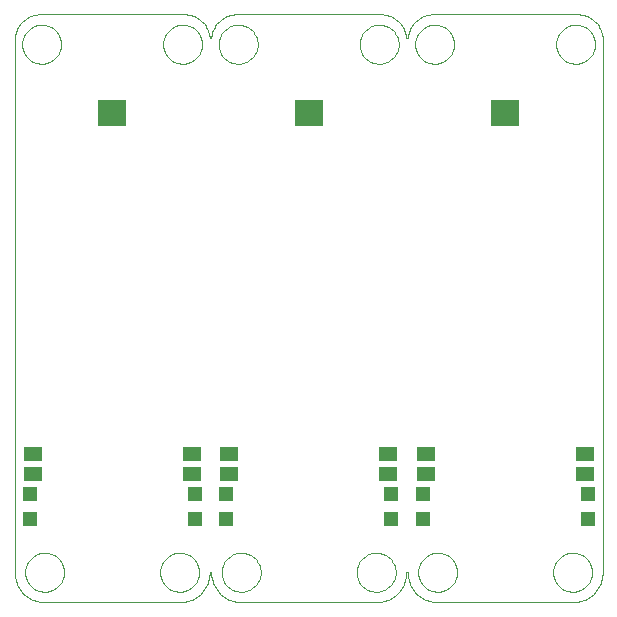
<source format=gtp>
G75*
G70*
%OFA0B0*%
%FSLAX24Y24*%
%IPPOS*%
%LPD*%
%AMOC8*
5,1,8,0,0,1.08239X$1,22.5*
%
%ADD10C,0.0010*%
%ADD11C,0.0000*%
%ADD12R,0.0591X0.0512*%
%ADD13R,0.0472X0.0472*%
%ADD14R,0.0250X0.0500*%
%ADD15R,0.0960X0.0900*%
D10*
X000730Y001380D02*
X000732Y001430D01*
X000738Y001480D01*
X000748Y001530D01*
X000761Y001578D01*
X000778Y001626D01*
X000799Y001672D01*
X000823Y001716D01*
X000851Y001758D01*
X000882Y001798D01*
X000916Y001835D01*
X000953Y001870D01*
X000992Y001901D01*
X001033Y001930D01*
X001077Y001955D01*
X001123Y001977D01*
X001170Y001995D01*
X001218Y002009D01*
X001267Y002020D01*
X001317Y002027D01*
X001367Y002030D01*
X001418Y002029D01*
X001468Y002024D01*
X001518Y002015D01*
X001566Y002003D01*
X001614Y001986D01*
X001660Y001966D01*
X001705Y001943D01*
X001748Y001916D01*
X001788Y001886D01*
X001826Y001853D01*
X001861Y001817D01*
X001894Y001778D01*
X001923Y001737D01*
X001949Y001694D01*
X001972Y001649D01*
X001991Y001602D01*
X002006Y001554D01*
X002018Y001505D01*
X002026Y001455D01*
X002030Y001405D01*
X002030Y001355D01*
X002026Y001305D01*
X002018Y001255D01*
X002006Y001206D01*
X001991Y001158D01*
X001972Y001111D01*
X001949Y001066D01*
X001923Y001023D01*
X001894Y000982D01*
X001861Y000943D01*
X001826Y000907D01*
X001788Y000874D01*
X001748Y000844D01*
X001705Y000817D01*
X001660Y000794D01*
X001614Y000774D01*
X001566Y000757D01*
X001518Y000745D01*
X001468Y000736D01*
X001418Y000731D01*
X001367Y000730D01*
X001317Y000733D01*
X001267Y000740D01*
X001218Y000751D01*
X001170Y000765D01*
X001123Y000783D01*
X001077Y000805D01*
X001033Y000830D01*
X000992Y000859D01*
X000953Y000890D01*
X000916Y000925D01*
X000882Y000962D01*
X000851Y001002D01*
X000823Y001044D01*
X000799Y001088D01*
X000778Y001134D01*
X000761Y001182D01*
X000748Y001230D01*
X000738Y001280D01*
X000732Y001330D01*
X000730Y001380D01*
X005230Y001380D02*
X005232Y001430D01*
X005238Y001480D01*
X005248Y001530D01*
X005261Y001578D01*
X005278Y001626D01*
X005299Y001672D01*
X005323Y001716D01*
X005351Y001758D01*
X005382Y001798D01*
X005416Y001835D01*
X005453Y001870D01*
X005492Y001901D01*
X005533Y001930D01*
X005577Y001955D01*
X005623Y001977D01*
X005670Y001995D01*
X005718Y002009D01*
X005767Y002020D01*
X005817Y002027D01*
X005867Y002030D01*
X005918Y002029D01*
X005968Y002024D01*
X006018Y002015D01*
X006066Y002003D01*
X006114Y001986D01*
X006160Y001966D01*
X006205Y001943D01*
X006248Y001916D01*
X006288Y001886D01*
X006326Y001853D01*
X006361Y001817D01*
X006394Y001778D01*
X006423Y001737D01*
X006449Y001694D01*
X006472Y001649D01*
X006491Y001602D01*
X006506Y001554D01*
X006518Y001505D01*
X006526Y001455D01*
X006530Y001405D01*
X006530Y001355D01*
X006526Y001305D01*
X006518Y001255D01*
X006506Y001206D01*
X006491Y001158D01*
X006472Y001111D01*
X006449Y001066D01*
X006423Y001023D01*
X006394Y000982D01*
X006361Y000943D01*
X006326Y000907D01*
X006288Y000874D01*
X006248Y000844D01*
X006205Y000817D01*
X006160Y000794D01*
X006114Y000774D01*
X006066Y000757D01*
X006018Y000745D01*
X005968Y000736D01*
X005918Y000731D01*
X005867Y000730D01*
X005817Y000733D01*
X005767Y000740D01*
X005718Y000751D01*
X005670Y000765D01*
X005623Y000783D01*
X005577Y000805D01*
X005533Y000830D01*
X005492Y000859D01*
X005453Y000890D01*
X005416Y000925D01*
X005382Y000962D01*
X005351Y001002D01*
X005323Y001044D01*
X005299Y001088D01*
X005278Y001134D01*
X005261Y001182D01*
X005248Y001230D01*
X005238Y001280D01*
X005232Y001330D01*
X005230Y001380D01*
X007280Y001380D02*
X007282Y001430D01*
X007288Y001480D01*
X007298Y001530D01*
X007311Y001578D01*
X007328Y001626D01*
X007349Y001672D01*
X007373Y001716D01*
X007401Y001758D01*
X007432Y001798D01*
X007466Y001835D01*
X007503Y001870D01*
X007542Y001901D01*
X007583Y001930D01*
X007627Y001955D01*
X007673Y001977D01*
X007720Y001995D01*
X007768Y002009D01*
X007817Y002020D01*
X007867Y002027D01*
X007917Y002030D01*
X007968Y002029D01*
X008018Y002024D01*
X008068Y002015D01*
X008116Y002003D01*
X008164Y001986D01*
X008210Y001966D01*
X008255Y001943D01*
X008298Y001916D01*
X008338Y001886D01*
X008376Y001853D01*
X008411Y001817D01*
X008444Y001778D01*
X008473Y001737D01*
X008499Y001694D01*
X008522Y001649D01*
X008541Y001602D01*
X008556Y001554D01*
X008568Y001505D01*
X008576Y001455D01*
X008580Y001405D01*
X008580Y001355D01*
X008576Y001305D01*
X008568Y001255D01*
X008556Y001206D01*
X008541Y001158D01*
X008522Y001111D01*
X008499Y001066D01*
X008473Y001023D01*
X008444Y000982D01*
X008411Y000943D01*
X008376Y000907D01*
X008338Y000874D01*
X008298Y000844D01*
X008255Y000817D01*
X008210Y000794D01*
X008164Y000774D01*
X008116Y000757D01*
X008068Y000745D01*
X008018Y000736D01*
X007968Y000731D01*
X007917Y000730D01*
X007867Y000733D01*
X007817Y000740D01*
X007768Y000751D01*
X007720Y000765D01*
X007673Y000783D01*
X007627Y000805D01*
X007583Y000830D01*
X007542Y000859D01*
X007503Y000890D01*
X007466Y000925D01*
X007432Y000962D01*
X007401Y001002D01*
X007373Y001044D01*
X007349Y001088D01*
X007328Y001134D01*
X007311Y001182D01*
X007298Y001230D01*
X007288Y001280D01*
X007282Y001330D01*
X007280Y001380D01*
X011780Y001380D02*
X011782Y001430D01*
X011788Y001480D01*
X011798Y001530D01*
X011811Y001578D01*
X011828Y001626D01*
X011849Y001672D01*
X011873Y001716D01*
X011901Y001758D01*
X011932Y001798D01*
X011966Y001835D01*
X012003Y001870D01*
X012042Y001901D01*
X012083Y001930D01*
X012127Y001955D01*
X012173Y001977D01*
X012220Y001995D01*
X012268Y002009D01*
X012317Y002020D01*
X012367Y002027D01*
X012417Y002030D01*
X012468Y002029D01*
X012518Y002024D01*
X012568Y002015D01*
X012616Y002003D01*
X012664Y001986D01*
X012710Y001966D01*
X012755Y001943D01*
X012798Y001916D01*
X012838Y001886D01*
X012876Y001853D01*
X012911Y001817D01*
X012944Y001778D01*
X012973Y001737D01*
X012999Y001694D01*
X013022Y001649D01*
X013041Y001602D01*
X013056Y001554D01*
X013068Y001505D01*
X013076Y001455D01*
X013080Y001405D01*
X013080Y001355D01*
X013076Y001305D01*
X013068Y001255D01*
X013056Y001206D01*
X013041Y001158D01*
X013022Y001111D01*
X012999Y001066D01*
X012973Y001023D01*
X012944Y000982D01*
X012911Y000943D01*
X012876Y000907D01*
X012838Y000874D01*
X012798Y000844D01*
X012755Y000817D01*
X012710Y000794D01*
X012664Y000774D01*
X012616Y000757D01*
X012568Y000745D01*
X012518Y000736D01*
X012468Y000731D01*
X012417Y000730D01*
X012367Y000733D01*
X012317Y000740D01*
X012268Y000751D01*
X012220Y000765D01*
X012173Y000783D01*
X012127Y000805D01*
X012083Y000830D01*
X012042Y000859D01*
X012003Y000890D01*
X011966Y000925D01*
X011932Y000962D01*
X011901Y001002D01*
X011873Y001044D01*
X011849Y001088D01*
X011828Y001134D01*
X011811Y001182D01*
X011798Y001230D01*
X011788Y001280D01*
X011782Y001330D01*
X011780Y001380D01*
X013830Y001380D02*
X013832Y001430D01*
X013838Y001480D01*
X013848Y001530D01*
X013861Y001578D01*
X013878Y001626D01*
X013899Y001672D01*
X013923Y001716D01*
X013951Y001758D01*
X013982Y001798D01*
X014016Y001835D01*
X014053Y001870D01*
X014092Y001901D01*
X014133Y001930D01*
X014177Y001955D01*
X014223Y001977D01*
X014270Y001995D01*
X014318Y002009D01*
X014367Y002020D01*
X014417Y002027D01*
X014467Y002030D01*
X014518Y002029D01*
X014568Y002024D01*
X014618Y002015D01*
X014666Y002003D01*
X014714Y001986D01*
X014760Y001966D01*
X014805Y001943D01*
X014848Y001916D01*
X014888Y001886D01*
X014926Y001853D01*
X014961Y001817D01*
X014994Y001778D01*
X015023Y001737D01*
X015049Y001694D01*
X015072Y001649D01*
X015091Y001602D01*
X015106Y001554D01*
X015118Y001505D01*
X015126Y001455D01*
X015130Y001405D01*
X015130Y001355D01*
X015126Y001305D01*
X015118Y001255D01*
X015106Y001206D01*
X015091Y001158D01*
X015072Y001111D01*
X015049Y001066D01*
X015023Y001023D01*
X014994Y000982D01*
X014961Y000943D01*
X014926Y000907D01*
X014888Y000874D01*
X014848Y000844D01*
X014805Y000817D01*
X014760Y000794D01*
X014714Y000774D01*
X014666Y000757D01*
X014618Y000745D01*
X014568Y000736D01*
X014518Y000731D01*
X014467Y000730D01*
X014417Y000733D01*
X014367Y000740D01*
X014318Y000751D01*
X014270Y000765D01*
X014223Y000783D01*
X014177Y000805D01*
X014133Y000830D01*
X014092Y000859D01*
X014053Y000890D01*
X014016Y000925D01*
X013982Y000962D01*
X013951Y001002D01*
X013923Y001044D01*
X013899Y001088D01*
X013878Y001134D01*
X013861Y001182D01*
X013848Y001230D01*
X013838Y001280D01*
X013832Y001330D01*
X013830Y001380D01*
X018330Y001380D02*
X018332Y001430D01*
X018338Y001480D01*
X018348Y001530D01*
X018361Y001578D01*
X018378Y001626D01*
X018399Y001672D01*
X018423Y001716D01*
X018451Y001758D01*
X018482Y001798D01*
X018516Y001835D01*
X018553Y001870D01*
X018592Y001901D01*
X018633Y001930D01*
X018677Y001955D01*
X018723Y001977D01*
X018770Y001995D01*
X018818Y002009D01*
X018867Y002020D01*
X018917Y002027D01*
X018967Y002030D01*
X019018Y002029D01*
X019068Y002024D01*
X019118Y002015D01*
X019166Y002003D01*
X019214Y001986D01*
X019260Y001966D01*
X019305Y001943D01*
X019348Y001916D01*
X019388Y001886D01*
X019426Y001853D01*
X019461Y001817D01*
X019494Y001778D01*
X019523Y001737D01*
X019549Y001694D01*
X019572Y001649D01*
X019591Y001602D01*
X019606Y001554D01*
X019618Y001505D01*
X019626Y001455D01*
X019630Y001405D01*
X019630Y001355D01*
X019626Y001305D01*
X019618Y001255D01*
X019606Y001206D01*
X019591Y001158D01*
X019572Y001111D01*
X019549Y001066D01*
X019523Y001023D01*
X019494Y000982D01*
X019461Y000943D01*
X019426Y000907D01*
X019388Y000874D01*
X019348Y000844D01*
X019305Y000817D01*
X019260Y000794D01*
X019214Y000774D01*
X019166Y000757D01*
X019118Y000745D01*
X019068Y000736D01*
X019018Y000731D01*
X018967Y000730D01*
X018917Y000733D01*
X018867Y000740D01*
X018818Y000751D01*
X018770Y000765D01*
X018723Y000783D01*
X018677Y000805D01*
X018633Y000830D01*
X018592Y000859D01*
X018553Y000890D01*
X018516Y000925D01*
X018482Y000962D01*
X018451Y001002D01*
X018423Y001044D01*
X018399Y001088D01*
X018378Y001134D01*
X018361Y001182D01*
X018348Y001230D01*
X018338Y001280D01*
X018332Y001330D01*
X018330Y001380D01*
X018430Y018980D02*
X018432Y019030D01*
X018438Y019080D01*
X018448Y019130D01*
X018461Y019178D01*
X018478Y019226D01*
X018499Y019272D01*
X018523Y019316D01*
X018551Y019358D01*
X018582Y019398D01*
X018616Y019435D01*
X018653Y019470D01*
X018692Y019501D01*
X018733Y019530D01*
X018777Y019555D01*
X018823Y019577D01*
X018870Y019595D01*
X018918Y019609D01*
X018967Y019620D01*
X019017Y019627D01*
X019067Y019630D01*
X019118Y019629D01*
X019168Y019624D01*
X019218Y019615D01*
X019266Y019603D01*
X019314Y019586D01*
X019360Y019566D01*
X019405Y019543D01*
X019448Y019516D01*
X019488Y019486D01*
X019526Y019453D01*
X019561Y019417D01*
X019594Y019378D01*
X019623Y019337D01*
X019649Y019294D01*
X019672Y019249D01*
X019691Y019202D01*
X019706Y019154D01*
X019718Y019105D01*
X019726Y019055D01*
X019730Y019005D01*
X019730Y018955D01*
X019726Y018905D01*
X019718Y018855D01*
X019706Y018806D01*
X019691Y018758D01*
X019672Y018711D01*
X019649Y018666D01*
X019623Y018623D01*
X019594Y018582D01*
X019561Y018543D01*
X019526Y018507D01*
X019488Y018474D01*
X019448Y018444D01*
X019405Y018417D01*
X019360Y018394D01*
X019314Y018374D01*
X019266Y018357D01*
X019218Y018345D01*
X019168Y018336D01*
X019118Y018331D01*
X019067Y018330D01*
X019017Y018333D01*
X018967Y018340D01*
X018918Y018351D01*
X018870Y018365D01*
X018823Y018383D01*
X018777Y018405D01*
X018733Y018430D01*
X018692Y018459D01*
X018653Y018490D01*
X018616Y018525D01*
X018582Y018562D01*
X018551Y018602D01*
X018523Y018644D01*
X018499Y018688D01*
X018478Y018734D01*
X018461Y018782D01*
X018448Y018830D01*
X018438Y018880D01*
X018432Y018930D01*
X018430Y018980D01*
X013730Y018980D02*
X013732Y019030D01*
X013738Y019080D01*
X013748Y019130D01*
X013761Y019178D01*
X013778Y019226D01*
X013799Y019272D01*
X013823Y019316D01*
X013851Y019358D01*
X013882Y019398D01*
X013916Y019435D01*
X013953Y019470D01*
X013992Y019501D01*
X014033Y019530D01*
X014077Y019555D01*
X014123Y019577D01*
X014170Y019595D01*
X014218Y019609D01*
X014267Y019620D01*
X014317Y019627D01*
X014367Y019630D01*
X014418Y019629D01*
X014468Y019624D01*
X014518Y019615D01*
X014566Y019603D01*
X014614Y019586D01*
X014660Y019566D01*
X014705Y019543D01*
X014748Y019516D01*
X014788Y019486D01*
X014826Y019453D01*
X014861Y019417D01*
X014894Y019378D01*
X014923Y019337D01*
X014949Y019294D01*
X014972Y019249D01*
X014991Y019202D01*
X015006Y019154D01*
X015018Y019105D01*
X015026Y019055D01*
X015030Y019005D01*
X015030Y018955D01*
X015026Y018905D01*
X015018Y018855D01*
X015006Y018806D01*
X014991Y018758D01*
X014972Y018711D01*
X014949Y018666D01*
X014923Y018623D01*
X014894Y018582D01*
X014861Y018543D01*
X014826Y018507D01*
X014788Y018474D01*
X014748Y018444D01*
X014705Y018417D01*
X014660Y018394D01*
X014614Y018374D01*
X014566Y018357D01*
X014518Y018345D01*
X014468Y018336D01*
X014418Y018331D01*
X014367Y018330D01*
X014317Y018333D01*
X014267Y018340D01*
X014218Y018351D01*
X014170Y018365D01*
X014123Y018383D01*
X014077Y018405D01*
X014033Y018430D01*
X013992Y018459D01*
X013953Y018490D01*
X013916Y018525D01*
X013882Y018562D01*
X013851Y018602D01*
X013823Y018644D01*
X013799Y018688D01*
X013778Y018734D01*
X013761Y018782D01*
X013748Y018830D01*
X013738Y018880D01*
X013732Y018930D01*
X013730Y018980D01*
X011880Y018980D02*
X011882Y019030D01*
X011888Y019080D01*
X011898Y019130D01*
X011911Y019178D01*
X011928Y019226D01*
X011949Y019272D01*
X011973Y019316D01*
X012001Y019358D01*
X012032Y019398D01*
X012066Y019435D01*
X012103Y019470D01*
X012142Y019501D01*
X012183Y019530D01*
X012227Y019555D01*
X012273Y019577D01*
X012320Y019595D01*
X012368Y019609D01*
X012417Y019620D01*
X012467Y019627D01*
X012517Y019630D01*
X012568Y019629D01*
X012618Y019624D01*
X012668Y019615D01*
X012716Y019603D01*
X012764Y019586D01*
X012810Y019566D01*
X012855Y019543D01*
X012898Y019516D01*
X012938Y019486D01*
X012976Y019453D01*
X013011Y019417D01*
X013044Y019378D01*
X013073Y019337D01*
X013099Y019294D01*
X013122Y019249D01*
X013141Y019202D01*
X013156Y019154D01*
X013168Y019105D01*
X013176Y019055D01*
X013180Y019005D01*
X013180Y018955D01*
X013176Y018905D01*
X013168Y018855D01*
X013156Y018806D01*
X013141Y018758D01*
X013122Y018711D01*
X013099Y018666D01*
X013073Y018623D01*
X013044Y018582D01*
X013011Y018543D01*
X012976Y018507D01*
X012938Y018474D01*
X012898Y018444D01*
X012855Y018417D01*
X012810Y018394D01*
X012764Y018374D01*
X012716Y018357D01*
X012668Y018345D01*
X012618Y018336D01*
X012568Y018331D01*
X012517Y018330D01*
X012467Y018333D01*
X012417Y018340D01*
X012368Y018351D01*
X012320Y018365D01*
X012273Y018383D01*
X012227Y018405D01*
X012183Y018430D01*
X012142Y018459D01*
X012103Y018490D01*
X012066Y018525D01*
X012032Y018562D01*
X012001Y018602D01*
X011973Y018644D01*
X011949Y018688D01*
X011928Y018734D01*
X011911Y018782D01*
X011898Y018830D01*
X011888Y018880D01*
X011882Y018930D01*
X011880Y018980D01*
X007180Y018980D02*
X007182Y019030D01*
X007188Y019080D01*
X007198Y019130D01*
X007211Y019178D01*
X007228Y019226D01*
X007249Y019272D01*
X007273Y019316D01*
X007301Y019358D01*
X007332Y019398D01*
X007366Y019435D01*
X007403Y019470D01*
X007442Y019501D01*
X007483Y019530D01*
X007527Y019555D01*
X007573Y019577D01*
X007620Y019595D01*
X007668Y019609D01*
X007717Y019620D01*
X007767Y019627D01*
X007817Y019630D01*
X007868Y019629D01*
X007918Y019624D01*
X007968Y019615D01*
X008016Y019603D01*
X008064Y019586D01*
X008110Y019566D01*
X008155Y019543D01*
X008198Y019516D01*
X008238Y019486D01*
X008276Y019453D01*
X008311Y019417D01*
X008344Y019378D01*
X008373Y019337D01*
X008399Y019294D01*
X008422Y019249D01*
X008441Y019202D01*
X008456Y019154D01*
X008468Y019105D01*
X008476Y019055D01*
X008480Y019005D01*
X008480Y018955D01*
X008476Y018905D01*
X008468Y018855D01*
X008456Y018806D01*
X008441Y018758D01*
X008422Y018711D01*
X008399Y018666D01*
X008373Y018623D01*
X008344Y018582D01*
X008311Y018543D01*
X008276Y018507D01*
X008238Y018474D01*
X008198Y018444D01*
X008155Y018417D01*
X008110Y018394D01*
X008064Y018374D01*
X008016Y018357D01*
X007968Y018345D01*
X007918Y018336D01*
X007868Y018331D01*
X007817Y018330D01*
X007767Y018333D01*
X007717Y018340D01*
X007668Y018351D01*
X007620Y018365D01*
X007573Y018383D01*
X007527Y018405D01*
X007483Y018430D01*
X007442Y018459D01*
X007403Y018490D01*
X007366Y018525D01*
X007332Y018562D01*
X007301Y018602D01*
X007273Y018644D01*
X007249Y018688D01*
X007228Y018734D01*
X007211Y018782D01*
X007198Y018830D01*
X007188Y018880D01*
X007182Y018930D01*
X007180Y018980D01*
X005330Y018980D02*
X005332Y019030D01*
X005338Y019080D01*
X005348Y019130D01*
X005361Y019178D01*
X005378Y019226D01*
X005399Y019272D01*
X005423Y019316D01*
X005451Y019358D01*
X005482Y019398D01*
X005516Y019435D01*
X005553Y019470D01*
X005592Y019501D01*
X005633Y019530D01*
X005677Y019555D01*
X005723Y019577D01*
X005770Y019595D01*
X005818Y019609D01*
X005867Y019620D01*
X005917Y019627D01*
X005967Y019630D01*
X006018Y019629D01*
X006068Y019624D01*
X006118Y019615D01*
X006166Y019603D01*
X006214Y019586D01*
X006260Y019566D01*
X006305Y019543D01*
X006348Y019516D01*
X006388Y019486D01*
X006426Y019453D01*
X006461Y019417D01*
X006494Y019378D01*
X006523Y019337D01*
X006549Y019294D01*
X006572Y019249D01*
X006591Y019202D01*
X006606Y019154D01*
X006618Y019105D01*
X006626Y019055D01*
X006630Y019005D01*
X006630Y018955D01*
X006626Y018905D01*
X006618Y018855D01*
X006606Y018806D01*
X006591Y018758D01*
X006572Y018711D01*
X006549Y018666D01*
X006523Y018623D01*
X006494Y018582D01*
X006461Y018543D01*
X006426Y018507D01*
X006388Y018474D01*
X006348Y018444D01*
X006305Y018417D01*
X006260Y018394D01*
X006214Y018374D01*
X006166Y018357D01*
X006118Y018345D01*
X006068Y018336D01*
X006018Y018331D01*
X005967Y018330D01*
X005917Y018333D01*
X005867Y018340D01*
X005818Y018351D01*
X005770Y018365D01*
X005723Y018383D01*
X005677Y018405D01*
X005633Y018430D01*
X005592Y018459D01*
X005553Y018490D01*
X005516Y018525D01*
X005482Y018562D01*
X005451Y018602D01*
X005423Y018644D01*
X005399Y018688D01*
X005378Y018734D01*
X005361Y018782D01*
X005348Y018830D01*
X005338Y018880D01*
X005332Y018930D01*
X005330Y018980D01*
X000630Y018980D02*
X000632Y019030D01*
X000638Y019080D01*
X000648Y019130D01*
X000661Y019178D01*
X000678Y019226D01*
X000699Y019272D01*
X000723Y019316D01*
X000751Y019358D01*
X000782Y019398D01*
X000816Y019435D01*
X000853Y019470D01*
X000892Y019501D01*
X000933Y019530D01*
X000977Y019555D01*
X001023Y019577D01*
X001070Y019595D01*
X001118Y019609D01*
X001167Y019620D01*
X001217Y019627D01*
X001267Y019630D01*
X001318Y019629D01*
X001368Y019624D01*
X001418Y019615D01*
X001466Y019603D01*
X001514Y019586D01*
X001560Y019566D01*
X001605Y019543D01*
X001648Y019516D01*
X001688Y019486D01*
X001726Y019453D01*
X001761Y019417D01*
X001794Y019378D01*
X001823Y019337D01*
X001849Y019294D01*
X001872Y019249D01*
X001891Y019202D01*
X001906Y019154D01*
X001918Y019105D01*
X001926Y019055D01*
X001930Y019005D01*
X001930Y018955D01*
X001926Y018905D01*
X001918Y018855D01*
X001906Y018806D01*
X001891Y018758D01*
X001872Y018711D01*
X001849Y018666D01*
X001823Y018623D01*
X001794Y018582D01*
X001761Y018543D01*
X001726Y018507D01*
X001688Y018474D01*
X001648Y018444D01*
X001605Y018417D01*
X001560Y018394D01*
X001514Y018374D01*
X001466Y018357D01*
X001418Y018345D01*
X001368Y018336D01*
X001318Y018331D01*
X001267Y018330D01*
X001217Y018333D01*
X001167Y018340D01*
X001118Y018351D01*
X001070Y018365D01*
X001023Y018383D01*
X000977Y018405D01*
X000933Y018430D01*
X000892Y018459D01*
X000853Y018490D01*
X000816Y018525D01*
X000782Y018562D01*
X000751Y018602D01*
X000723Y018644D01*
X000699Y018688D01*
X000678Y018734D01*
X000661Y018782D01*
X000648Y018830D01*
X000638Y018880D01*
X000632Y018930D01*
X000630Y018980D01*
D11*
X000380Y019180D02*
X000380Y001380D01*
X000382Y001320D01*
X000387Y001259D01*
X000396Y001200D01*
X000409Y001141D01*
X000425Y001082D01*
X000445Y001025D01*
X000468Y000970D01*
X000495Y000915D01*
X000524Y000863D01*
X000557Y000812D01*
X000593Y000763D01*
X000631Y000717D01*
X000673Y000673D01*
X000717Y000631D01*
X000763Y000593D01*
X000812Y000557D01*
X000863Y000524D01*
X000915Y000495D01*
X000970Y000468D01*
X001025Y000445D01*
X001082Y000425D01*
X001141Y000409D01*
X001200Y000396D01*
X001259Y000387D01*
X001320Y000382D01*
X001380Y000380D01*
X005880Y000380D01*
X005940Y000382D01*
X006001Y000387D01*
X006060Y000396D01*
X006119Y000409D01*
X006178Y000425D01*
X006235Y000445D01*
X006290Y000468D01*
X006345Y000495D01*
X006397Y000524D01*
X006448Y000557D01*
X006497Y000593D01*
X006543Y000631D01*
X006587Y000673D01*
X006629Y000717D01*
X006667Y000763D01*
X006703Y000812D01*
X006736Y000863D01*
X006765Y000915D01*
X006792Y000970D01*
X006815Y001025D01*
X006835Y001082D01*
X006851Y001141D01*
X006864Y001200D01*
X006873Y001259D01*
X006878Y001320D01*
X006880Y001380D01*
X006930Y001380D01*
X006932Y001320D01*
X006937Y001259D01*
X006946Y001200D01*
X006959Y001141D01*
X006975Y001082D01*
X006995Y001025D01*
X007018Y000970D01*
X007045Y000915D01*
X007074Y000863D01*
X007107Y000812D01*
X007143Y000763D01*
X007181Y000717D01*
X007223Y000673D01*
X007267Y000631D01*
X007313Y000593D01*
X007362Y000557D01*
X007413Y000524D01*
X007465Y000495D01*
X007520Y000468D01*
X007575Y000445D01*
X007632Y000425D01*
X007691Y000409D01*
X007750Y000396D01*
X007809Y000387D01*
X007870Y000382D01*
X007930Y000380D01*
X012430Y000380D01*
X012490Y000382D01*
X012551Y000387D01*
X012610Y000396D01*
X012669Y000409D01*
X012728Y000425D01*
X012785Y000445D01*
X012840Y000468D01*
X012895Y000495D01*
X012947Y000524D01*
X012998Y000557D01*
X013047Y000593D01*
X013093Y000631D01*
X013137Y000673D01*
X013179Y000717D01*
X013217Y000763D01*
X013253Y000812D01*
X013286Y000863D01*
X013315Y000915D01*
X013342Y000970D01*
X013365Y001025D01*
X013385Y001082D01*
X013401Y001141D01*
X013414Y001200D01*
X013423Y001259D01*
X013428Y001320D01*
X013430Y001380D01*
X013480Y001380D01*
X013482Y001320D01*
X013487Y001259D01*
X013496Y001200D01*
X013509Y001141D01*
X013525Y001082D01*
X013545Y001025D01*
X013568Y000970D01*
X013595Y000915D01*
X013624Y000863D01*
X013657Y000812D01*
X013693Y000763D01*
X013731Y000717D01*
X013773Y000673D01*
X013817Y000631D01*
X013863Y000593D01*
X013912Y000557D01*
X013963Y000524D01*
X014015Y000495D01*
X014070Y000468D01*
X014125Y000445D01*
X014182Y000425D01*
X014241Y000409D01*
X014300Y000396D01*
X014359Y000387D01*
X014420Y000382D01*
X014480Y000380D01*
X018980Y000380D01*
X019040Y000382D01*
X019101Y000387D01*
X019160Y000396D01*
X019219Y000409D01*
X019278Y000425D01*
X019335Y000445D01*
X019390Y000468D01*
X019445Y000495D01*
X019497Y000524D01*
X019548Y000557D01*
X019597Y000593D01*
X019643Y000631D01*
X019687Y000673D01*
X019729Y000717D01*
X019767Y000763D01*
X019803Y000812D01*
X019836Y000863D01*
X019865Y000915D01*
X019892Y000970D01*
X019915Y001025D01*
X019935Y001082D01*
X019951Y001141D01*
X019964Y001200D01*
X019973Y001259D01*
X019978Y001320D01*
X019980Y001380D01*
X019980Y019180D01*
X019974Y019235D01*
X019966Y019290D01*
X019953Y019345D01*
X019938Y019398D01*
X019918Y019450D01*
X019896Y019501D01*
X019870Y019551D01*
X019841Y019598D01*
X019809Y019644D01*
X019774Y019687D01*
X019736Y019728D01*
X019695Y019766D01*
X019653Y019802D01*
X019608Y019834D01*
X019560Y019864D01*
X019511Y019891D01*
X019461Y019914D01*
X019409Y019934D01*
X019356Y019951D01*
X019302Y019964D01*
X019247Y019973D01*
X019191Y019979D01*
X019136Y019981D01*
X019080Y019980D01*
X014380Y019980D01*
X013480Y019180D02*
X013430Y019180D01*
X013424Y019235D01*
X013416Y019290D01*
X013403Y019345D01*
X013388Y019398D01*
X013368Y019450D01*
X013346Y019501D01*
X013320Y019551D01*
X013291Y019598D01*
X013259Y019644D01*
X013224Y019687D01*
X013186Y019728D01*
X013145Y019766D01*
X013103Y019802D01*
X013058Y019834D01*
X013010Y019864D01*
X012961Y019891D01*
X012911Y019914D01*
X012859Y019934D01*
X012806Y019951D01*
X012752Y019964D01*
X012697Y019973D01*
X012641Y019979D01*
X012586Y019981D01*
X012530Y019980D01*
X007830Y019980D01*
X006930Y019180D02*
X006880Y019180D01*
X006874Y019235D01*
X006866Y019290D01*
X006853Y019345D01*
X006838Y019398D01*
X006818Y019450D01*
X006796Y019501D01*
X006770Y019551D01*
X006741Y019598D01*
X006709Y019644D01*
X006674Y019687D01*
X006636Y019728D01*
X006595Y019766D01*
X006553Y019802D01*
X006508Y019834D01*
X006460Y019864D01*
X006411Y019891D01*
X006361Y019914D01*
X006309Y019934D01*
X006256Y019951D01*
X006202Y019964D01*
X006147Y019973D01*
X006091Y019979D01*
X006036Y019981D01*
X005980Y019980D01*
X001280Y019980D01*
X001224Y019981D01*
X001169Y019979D01*
X001113Y019973D01*
X001058Y019964D01*
X001004Y019951D01*
X000951Y019934D01*
X000899Y019914D01*
X000849Y019891D01*
X000800Y019864D01*
X000752Y019834D01*
X000707Y019802D01*
X000665Y019766D01*
X000624Y019728D01*
X000586Y019687D01*
X000551Y019644D01*
X000519Y019598D01*
X000490Y019551D01*
X000464Y019501D01*
X000442Y019450D01*
X000422Y019398D01*
X000407Y019345D01*
X000394Y019290D01*
X000386Y019235D01*
X000380Y019180D01*
X006930Y019180D02*
X006936Y019235D01*
X006944Y019290D01*
X006957Y019345D01*
X006972Y019398D01*
X006992Y019450D01*
X007014Y019501D01*
X007040Y019551D01*
X007069Y019598D01*
X007101Y019644D01*
X007136Y019687D01*
X007174Y019728D01*
X007215Y019766D01*
X007257Y019802D01*
X007302Y019834D01*
X007350Y019864D01*
X007399Y019891D01*
X007449Y019914D01*
X007501Y019934D01*
X007554Y019951D01*
X007608Y019964D01*
X007663Y019973D01*
X007719Y019979D01*
X007774Y019981D01*
X007830Y019980D01*
X013480Y019180D02*
X013486Y019235D01*
X013494Y019290D01*
X013507Y019345D01*
X013522Y019398D01*
X013542Y019450D01*
X013564Y019501D01*
X013590Y019551D01*
X013619Y019598D01*
X013651Y019644D01*
X013686Y019687D01*
X013724Y019728D01*
X013765Y019766D01*
X013807Y019802D01*
X013852Y019834D01*
X013900Y019864D01*
X013949Y019891D01*
X013999Y019914D01*
X014051Y019934D01*
X014104Y019951D01*
X014158Y019964D01*
X014213Y019973D01*
X014269Y019979D01*
X014324Y019981D01*
X014380Y019980D01*
D12*
X014080Y005315D03*
X014080Y004645D03*
X012830Y004645D03*
X012830Y005315D03*
X007530Y005315D03*
X007530Y004645D03*
X006280Y004645D03*
X006280Y005315D03*
X000980Y005315D03*
X000980Y004645D03*
X019380Y004645D03*
X019380Y005315D03*
D13*
X019480Y003993D03*
X019480Y003167D03*
X013980Y003167D03*
X013980Y003993D03*
X012930Y003993D03*
X012930Y003167D03*
X007430Y003167D03*
X007430Y003993D03*
X006380Y003993D03*
X006380Y003167D03*
X000880Y003167D03*
X000880Y003993D03*
D14*
X003468Y016680D03*
X003792Y016680D03*
X010018Y016680D03*
X010342Y016680D03*
X016568Y016680D03*
X016892Y016680D03*
D15*
X016730Y016680D03*
X010180Y016680D03*
X003630Y016680D03*
M02*

</source>
